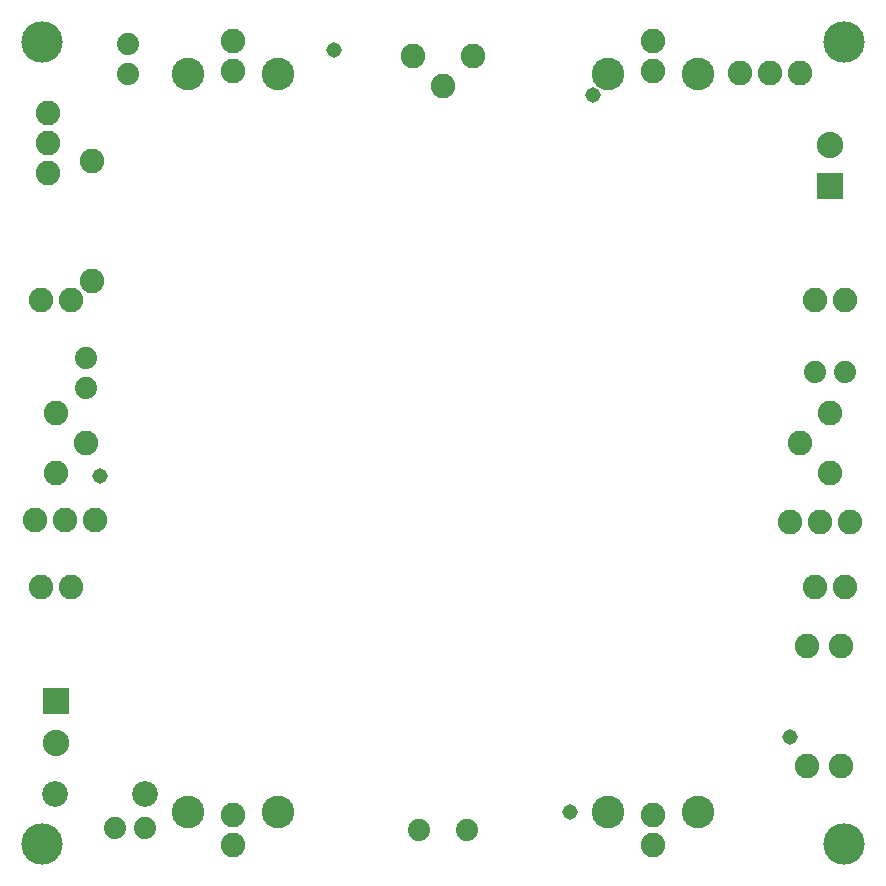
<source format=gts>
G75*
%MOIN*%
%OFA0B0*%
%FSLAX24Y24*%
%IPPOS*%
%LPD*%
%AMOC8*
5,1,8,0,0,1.08239X$1,22.5*
%
%ADD10C,0.0880*%
%ADD11R,0.0880X0.0880*%
%ADD12C,0.0860*%
%ADD13C,0.0740*%
%ADD14C,0.0820*%
%ADD15C,0.1380*%
%ADD16C,0.1085*%
%ADD17C,0.0516*%
D10*
X001803Y004615D03*
X027590Y024536D03*
D11*
X027590Y023158D03*
X001803Y005993D03*
D12*
X001779Y002882D03*
X004779Y002882D03*
D13*
X004761Y001760D03*
X003761Y001760D03*
X013909Y001701D03*
X015484Y001701D03*
X002787Y016422D03*
X002787Y017422D03*
X004202Y026912D03*
X004202Y027912D03*
X027090Y016957D03*
X028090Y016957D03*
D14*
X027590Y015595D03*
X026590Y014595D03*
X027590Y013595D03*
X027255Y011949D03*
X026255Y011949D03*
X028255Y011949D03*
X028090Y009792D03*
X027090Y009792D03*
X026822Y007835D03*
X027964Y007835D03*
X027964Y003835D03*
X026822Y003835D03*
X021696Y002201D03*
X021696Y001201D03*
X007696Y001201D03*
X007696Y002201D03*
X002303Y009792D03*
X001303Y009792D03*
X001098Y012016D03*
X002098Y012016D03*
X003098Y012016D03*
X001803Y013595D03*
X002803Y014595D03*
X001803Y015595D03*
X002303Y019359D03*
X003011Y020012D03*
X001303Y019359D03*
X001527Y023587D03*
X001527Y024587D03*
X001527Y025587D03*
X003011Y024012D03*
X007696Y026989D03*
X007696Y027989D03*
X013696Y027489D03*
X014696Y026489D03*
X015696Y027489D03*
X021696Y027989D03*
X021696Y026989D03*
X024602Y026926D03*
X025602Y026926D03*
X026602Y026926D03*
X027090Y019359D03*
X028090Y019359D03*
D15*
X001326Y001225D03*
X001326Y027965D03*
X028066Y027965D03*
X028066Y001225D03*
D16*
X023196Y002292D03*
X020196Y002292D03*
X009196Y002292D03*
X006196Y002292D03*
X006196Y026898D03*
X009196Y026898D03*
X020196Y026898D03*
X023196Y026898D03*
D17*
X019716Y026209D03*
X011055Y027686D03*
X003279Y013512D03*
X018929Y002292D03*
X026255Y004796D03*
M02*

</source>
